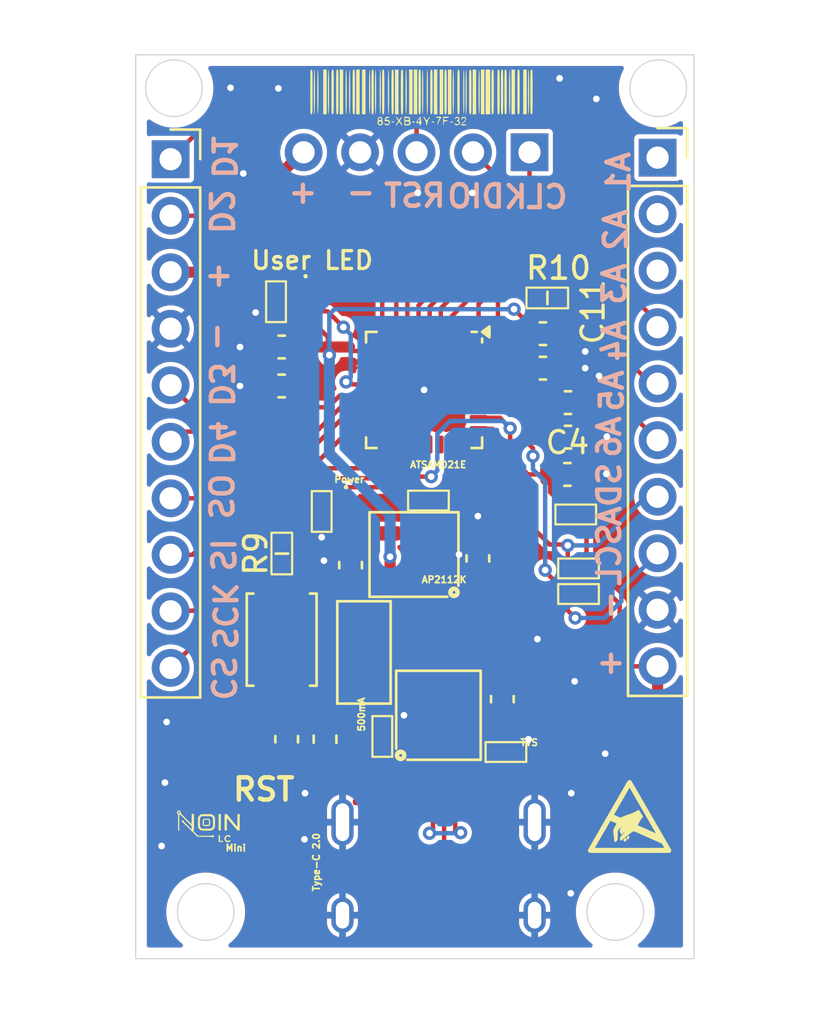
<source format=kicad_pcb>
(kicad_pcb (version 20241229) (generator "pcbnew") (generator_version "9.0")
  (layers (0 "F.Cu" signal) (2 "B.Cu" signal) (13 "F.Paste" user) (15 "B.Paste" user) (5 "F.SilkS" user "F.Silkscreen") (7 "B.SilkS" user "B.Silkscreen") (1 "F.Mask" user) (3 "B.Mask" user) (25 "Edge.Cuts" user))
  (net 0 "")
  (net 1 "VSYS")
  (net 2 "/VDDCORE")
  (net 3 "/DP")
  (net 6 "/DN")
  (net 7 "GND")
  (net 8 "Net-(U1-EN)")
  (net 9 "VBUS")
  (net 11 "DAC1")
  (net 14 "Net-(J1-CC2)")
  (net 15 "DAC2")
  (net 16 "Net-(J1-CC1)")
  (net 17 "DAC3")
  (net 18 "ADC2")
  (net 20 "ADC1")
  (net 21 "ADC3")
  (net 22 "Net-(LED2-A)")
  (net 23 "D2")
  (net 24 "D1")
  (net 25 "SCL")
  (net 26 "+3V3")
  (net 27 "SCK")
  (net 28 "D3")
  (net 29 "DO")
  (net 30 "DIN")
  (net 31 "Net-(LED1-K)")
  (net 32 "RESET")
  (net 33 "SWDIO")
  (net 34 "SWCLK")
  (net 35 "MISO")
  (net 36 "D4")
  (net 37 "CS")
  (net 38 "MOSI")
  (net 39 "Net-(D1-A)")
  (net 40 "CHIP_N")
  (net 41 "CHIP_P")
  (net 42 "Net-(LED2-K)")
  (net 43 "Net-(R9-Pad1)")
  (net 44 "SDA")
  (footprint "Capacitor_SMD:C_0603_1608Metric" (layer "F.Cu") (at 135.875 49.773897 180)
    (property "Reference" "C8" (hide yes))
    (property "Value" "1uF_0603_25V")
  )
  (footprint "Capacitor_SMD:C_0603_1608Metric" (layer "F.Cu") (at 147.625 50.725)
    (property "Reference" "C3" (hide yes))
    (property "Value" "1uF_0603_25V")
  )
  (footprint "PCM_4ms_Resistor:R_0402" (layer "F.Cu") (at 149.225 60.875 180)
    (property "Reference" "R8" (hide yes))
    (property "Value" "10k_0402")
  )
  (footprint "PCM_4ms_Resistor:R_0402" (layer "F.Cu") (at 149.225 59.725)
    (property "Reference" "R7" (hide yes))
    (property "Value" "10k_0402")
  )
  (footprint "eggex karakter:3x3_noin" (layer "F.Cu") (at 132.560246 71.353897)
    (property "Reference" "G***" (hide yes))
    (property "Value" "LOGO" (hide yes))
  )
  (footprint "EE_PASSIVE_RESISTORS:R_0402" (layer "F.Cu") (at 135.875 59.06 90)
    (property "Reference" "R9")
    (property "Value" "10k_0402" (hide yes))
  )
  (footprint "eggex karakter:EEEEEE" (layer "F.Cu") (at 151.520246 70.873897)
    (property "Reference" "G***" (hide yes))
    (property "Value" "LOGO" (hide yes))
  )
  (footprint "PCM_Package_TO_SOT_SMD_AKL:SOT-23-5" (layer "F.Cu") (at 141.825 59.1 180)
    (property "Reference" "U1" (hide yes))
    (property "Value" "AP2112K-3.3TRG1" (hide yes))
  )
  (footprint "Capacitor_SMD:C_0603_1608Metric" (layer "F.Cu") (at 147.625 49.175)
    (property "Reference" "C11")
    (property "Value" "1uF_0603_25V")
  )
  (footprint "LED_SMD:LED_0402_1005Metric" (layer "F.Cu") (at 138.770246 57.163897 -90)
    (property "Reference" "LED1" (hide yes))
    (property "Value" "LED_1.8mm_SMD_Red")
  )
  (footprint "Capacitor_SMD:C_0603_1608Metric" (layer "F.Cu") (at 136.1 67.4 90)
    (property "Reference" "C9" (hide yes))
    (property "Value" "1uF_0603_25V")
  )
  (footprint "PCM_4ms_Resistor:R_0402" (layer "F.Cu") (at 149.1 57.3 180)
    (property "Reference" "R5" (hide yes))
    (property "Value" "10k_0402")
  )
  (footprint "Package_DFN_QFN:QFN-32-1EP_5x5mm_P0.5mm_EP3.6x3.6mm" (layer "F.Cu") (at 142.280246 51.703897 -90)
    (property "Reference" "U2" (hide yes))
    (property "Value" "ATSAMD21E16B-M")
  )
  (footprint "Capacitor_SMD:C_0603_1608Metric" (layer "F.Cu") (at 148.725 55.5)
    (property "Reference" "C4")
    (property "Value" "1uF_0603_25V")
  )
  (footprint "LED_SMD:LED_0402_1005Metric" (layer "F.Cu") (at 136.950246 47.684497 -90)
    (property "Reference" "LED2" (hide yes))
    (property "Value" "LED_1.8mm_SMD_Red")
  )
  (footprint "Capacitor_SMD:C_0603_1608Metric" (layer "F.Cu") (at 148.75 52.275 180)
    (property "Reference" "C7" (hide yes))
    (property "Value" "1uF_0603_25V")
  )
  (footprint "PCM_Diode_SMD_AKL:D_SOD-123F_TVS" (layer "F.Cu") (at 139.575 63.5 -90)
    (property "Reference" "D1" (hide yes))
    (property "Value" "MBR1020VL" (hide yes))
  )
  (footprint "Capacitor_SMD:C_0603_1608Metric" (layer "F.Cu") (at 138.975 59.575 90)
    (property "Reference" "C2" (hide yes))
    (property "Value" "1uF_0603_25V")
  )
  (footprint "Connector_PinSocket_2.54mm:PinSocket_1x10_P2.54mm_Vertical" (layer "F.Cu") (at 130.880246 41.333897)
    (property "Reference" "J2" (hide yes))
    (property "Value" "PINHD_1x10_Female")
  )
  (footprint "Connector_PinSocket_2.54mm:PinSocket_1x10_P2.54mm_Vertical" (layer "F.Cu") (at 152.780246 41.263897)
    (property "Reference" "J5" (hide yes))
    (property "Value" "PINHD_1x10_Female")
  )
  (footprint "Capacitor_SMD:C_0603_1608Metric" (layer "F.Cu") (at 148.75 53.825)
    (property "Reference" "C6" (hide yes))
    (property "Value" "1uF_0603_25V")
  )
  (footprint "Button_Switch_SMD:SW_Push_SPST_NO_Alps_SKRK" (layer "F.Cu") (at 135.875 62.925 90)
    (property "Reference" "SW1" (hide yes))
    (property "Value" "Push_Button")
  )
  (footprint "Fuse:Fuse_0603_1608Metric" (layer "F.Cu") (at 137.825 67.4 90)
    (property "Reference" "F1" (hide yes))
    (property "Value" "500mA")
  )
  (footprint "PCM_4ms_Resistor:R_0402" (layer "F.Cu") (at 135.620246 47.738897 -90)
    (property "Reference" "R6" (hide yes))
    (property "Value" "10k_0402")
  )
  (footprint "Capacitor_SMD:C_0603_1608Metric" (layer "F.Cu") (at 144.7 59.275 90)
    (property "Reference" "C1" (hide yes))
    (property "Value" "1uF_0603_25V")
  )
  (footprint "PCM_Package_TO_SOT_SMD_AKL:SOT-23-6" (layer "F.Cu") (at 142.925 66.325 90)
    (property "Reference" "D2" (hide yes))
    (property "Value" "USBLC6-2SC6" (hide yes))
  )
  (footprint "PCM_4ms_Resistor:R_0402" (layer "F.Cu") (at 145.96 67.975 180)
    (property "Reference" "R3" (hide yes))
    (property "Value" "10k_0402")
  )
  (footprint "PCM_4ms_Resistor:R_0402" (layer "F.Cu") (at 142.475 56.675)
    (property "Reference" "R1" (hide yes))
    (property "Value" "10k_0402")
  )
  (footprint "PCM_4ms_Resistor:R_0402" (layer "F.Cu") (at 140.4 67.275 90)
    (property "Reference" "R2" (hide yes))
    (property "Value" "10k_0402")
  )
  (footprint "eggex karakter:barcodefornoinmini" (layer "F.Cu") (at 142.160246 38.629466)
    (property "Reference" "G***" (hide yes))
    (property "Value" "LOGO" (hide yes))
  )
  (footprint "Connector_USB:USB_C_Receptacle_HRO_TYPE-C-31-M-12" (layer "F.Cu") (at 142.930246 74.258897)
    (property "Reference" "J1" (hide yes))
    (property "Value" "USB_C_Receptacle_USB2.0_16P")
  )
  (footprint "Capacitor_SMD:C_0603_1608Metric" (layer "F.Cu") (at 135.875 51.525)
    (property "Reference" "C10" (hide yes))
    (property "Value" "1uF_0603_25V")
  )
  (footprint "Capacitor_SMD:C_0603_1608Metric" (layer "F.Cu") (at 145.8 65.6 90)
    (property "Reference" "C5" (hide yes))
    (property "Value" "1uF_0603_25V")
  )
  (footprint "Connector_PinHeader_2.54mm:PinHeader_1x05_P2.54mm_Vertical" (layer "F.Cu") (at 147.020246 41.023897 -90)
    (property "Reference" "J4" (hide yes))
    (property "Value" "PINHD_1x5_Male")
  )
  (footprint "PCM_4ms_Resistor:R_0402" (layer "F.Cu") (at 137.675 57.165 -90)
    (property "Reference" "R4" (hide yes))
    (property "Value" "10k_0402")
  )
  (footprint "EE_PASSIVE_RESISTORS:R_0402" (layer "F.Cu") (at 147.825 47.575 180)
    (property "Reference" "R10")
    (property "Value" "1K" (hide yes))
  )
  (gr_circle (center 150.877454 75.163897) (end 151.777454 76.063897) (stroke (width 0.05)) (fill no) (layer "Edge.Cuts"))
  (gr_rect (start 129.310246 36.643897) (end 154.420246 77.263897) (stroke (width 0.05)) (fill no) (layer "Edge.Cuts"))
  (gr_circle (center 132.457454 75.163897) (end 133.357454 76.063897) (stroke (width 0.05)) (fill no) (layer "Edge.Cuts"))
  (gr_circle (center 152.810246 38.143897) (end 153.710246 39.043897) (stroke (width 0.05)) (fill no) (layer "Edge.Cuts"))
  (gr_circle (center 131.030246 38.143897) (end 131.930246 39.043897) (stroke (width 0.05)) (fill no) (layer "Edge.Cuts"))
  (gr_text "ATSAMD21E" (at 141.610341 55.238993 0) (layer "F.SilkS") (effects (font (size 0.3 0.3) (thickness 0.075) (bold yes)) (justify left bottom)))
  (gr_text "500mA\n" (at 139.640246 67.093897 90) (layer "F.SilkS") (effects (font (size 0.3 0.3) (thickness 0.075) (bold yes)) (justify left bottom)))
  (gr_text "Mini" (at 133.310246 72.463897 0) (layer "F.SilkS") (effects (font (size 0.3 0.3) (thickness 0.075)) (justify left bottom)))
  (gr_text "Power" (at 138.200246 55.903897 0) (layer "F.SilkS") (effects (font (size 0.3 0.3) (thickness 0.075) (bold yes)) (justify left bottom)))
  (gr_text "AP2112K" (at 142.130246 60.403897 0) (layer "F.SilkS") (effects (font (size 0.3 0.3) (thickness 0.075) (bold yes)) (justify left bottom)))
  (gr_text "Type-C 2.0" (at 137.610246 74.27366 90) (layer "F.SilkS") (effects (font (size 0.3 0.3) (thickness 0.075) (bold yes)) (justify left bottom)))
  (gr_text "TVS" (at 146.570246 67.723897 0) (layer "F.SilkS") (effects (font (size 0.3 0.3) (thickness 0.075) (bold yes)) (justify left bottom)))
  (gr_text "User LED" (at 134.425 46.35 0) (layer "F.SilkS") (effects (font (size 0.8 0.8) (thickness 0.15) (bold yes)) (justify left bottom)))
  (gr_text "RST" (at 133.580246 70.243897 0) (layer "F.SilkS") (effects (font (size 1 1) (thickness 0.2) (bold yes)) (justify left bottom)))
  (gr_text "DIO" (at 143.22 43.59 0) (layer "B.SilkS") (effects (font (size 1 1) (thickness 0.2) (bold yes)) (justify right bottom mirror)))
  (gr_text "RST" (at 140.37 43.56 0) (layer "B.SilkS") (effects (font (size 1 1) (thickness 0.2) (bold yes)) (justify right bottom mirror)))
  (gr_text "CS" (at 132.650246 63.553897 270) (layer "B.SilkS") (effects (font (size 1 1) (thickness 0.2) (bold yes)) (justify right bottom mirror)))
  (gr_text "SCL\n" (at 151.190246 60.613897 90) (layer "B.SilkS") (effects (font (size 1 1) (thickness 0.2) (bold yes)) (justify right bottom mirror)))
  (gr_text "A4\n" (at 151.430246 50.533897 90) (layer "B.SilkS") (effects (font (size 1 1) (thickness 0.2) (bold yes)) (justify right bottom mirror)))
  (gr_text "A2" (at 151.490246 45.553897 90) (layer "B.SilkS") (effects (font (size 1 1) (thickness 0.2) (bold yes)) (justify right bottom mirror)))
  (gr_text "-" (at 132.470246 48.553897 270) (layer "B.SilkS") (effects (font (size 1 1) (thickness 0.2) (bold yes)) (justify right bottom mirror)))
  (gr_text "D2\n" (at 132.560246 42.583897 270) (layer "B.SilkS") (effects (font (size 1 1) (thickness 0.2) (bold yes)) (justify right bottom mirror)))
  (gr_text "SCK" (at 132.710246 60.253897 270) (layer "B.SilkS") (effects (font (size 1 1) (thickness 0.2) (bold yes)) (justify right bottom mirror)))
  (gr_text "A1" (at 151.610246 42.973897 90) (layer "B.SilkS") (effects (font (size 1 1) (thickness 0.2) (bold yes)) (justify right bottom mirror)))
  (gr_text "D3\n" (at 132.560246 50.353897 270) (layer "B.SilkS") (effects (font (size 1 1) (thickness 0.2) (bold yes)) (justify right bottom mirror)))
  (gr_text "SI" (at 132.620246 58.273897 270) (layer "B.SilkS") (effects (font (size 1 1) (thickness 0.2) (bold yes)) (justify right bottom mirror)))
  (gr_text "+" (at 132.54 45.84 270) (layer "B.SilkS") (effects (font (size 1 1) (thickness 0.2) (bold yes)) (justify right bottom mirror)))
  (gr_text "SDA\n" (at 151.198533 57.937697 90) (layer "B.SilkS") (effects (font (size 1 1) (thickness 0.2) (bold yes)) (justify right bottom mirror)))
  (gr_text "A6" (at 151.190246 54.853897 90) (layer "B.SilkS") (effects (font (size 1 1) (thickness 0.2) (bold yes)) (justify right bottom mirror)))
  (gr_text "D4" (at 132.560246 52.963897 270) (layer "B.SilkS") (effects (font (size 1 1) (thickness 0.2) (bold yes)) (justify right bottom mirror)))
  (gr_text "SO" (at 132.530246 55.363897 270) (layer "B.SilkS") (effects (font (size 1 1) (thickness 0.2) (bold yes)) (justify right bottom mirror)))
  (gr_text "A3\n" (at 151.430246 47.983897 90) (layer "B.SilkS") (effects (font (size 1 1) (thickness 0.2) (bold yes)) (justify right bottom mirror)))
  (gr_text "+" (at 136.08 43.38 0) (layer "B.SilkS") (effects (font (size 1 1) (thickness 0.2) (bold yes)) (justify right bottom mirror)))
  (gr_text "D1" (at 132.680246 40.093897 270) (layer "B.SilkS") (effects (font (size 1 1) (thickness 0.2) (bold yes)) (justify right bottom mirror)))
  (gr_text "A5" (at 151.310246 52.783897 90) (layer "B.SilkS") (effects (font (size 1 1) (thickness 0.2) (bold yes)) (justify right bottom mirror)))
  (gr_text "-" (at 151.2 62.13 90) (layer "B.SilkS") (effects (font (size 1 1) (thickness 0.2) (bold yes)) (justify right bottom mirror)))
  (gr_text "CLK" (at 145.77 43.62 0) (layer "B.SilkS") (effects (font (size 1 1) (thickness 0.2) (bold yes)) (justify right bottom mirror)))
  (gr_text "+" (at 151.2 64.74 90) (layer "B.SilkS") (effects (font (size 1 1) (thickness 0.2) (bold yes)) (justify right bottom mirror)))
  (gr_text "-" (at 138.69 43.38 0) (layer "B.SilkS") (effects (font (size 1 1) (thickness 0.2) (bold yes)) (justify right bottom mirror)))
  (segment (start 142.925 61.3) (end 143.45 61.3) (width 0.5) (layer "F.Cu") (net 1))
  (segment (start 142.2 60.075) (end 142.225 60.05) (width 0.2) (layer "F.Cu") (net 1))
  (segment (start 142.225 60.05) (end 142.925 60.05) (width 0.2) (layer "F.Cu") (net 1))
  (segment (start 143.45 61.3) (end 144.7 60.05) (width 0.5) (layer "F.Cu") (net 1))
  (segment (start 142.125 62.1) (end 142.925 61.3) (width 0.5) (layer "F.Cu") (net 1))
  (segment (start 139.575 62.1) (end 142.125 62.1) (width 0.5) (layer "F.Cu") (net 1))
  (segment (start 141.99 56.675) (end 141.99 59.865) (width 0.2) (layer "F.Cu") (net 1))
  (segment (start 144.7 60.05) (end 142.925 60.05) (width 0.5) (layer "F.Cu") (net 1))
  (segment (start 141.99 59.865) (end 142.2 60.075) (width 0.2) (layer "F.Cu") (net 1))
  (segment (start 147.975 52.275) (end 147.975 53.825) (width 0.2) (layer "F.Cu") (net 2))
  (segment (start 147.175 52.275) (end 146.353897 51.453897) (width 0.2) (layer "F.Cu") (net 2))
  (segment (start 147.975 52.275) (end 147.175 52.275) (width 0.2) (layer "F.Cu") (net 2))
  (segment (start 146.353897 51.453897) (end 144.730246 51.453897) (width 0.2) (layer "F.Cu") (net 2))
  (segment (start 142.7 68.945001) (end 142.7 69.675) (width 0.2) (layer "F.Cu") (net 3))
  (segment (start 143.925 71.6) (end 143.775 71.6) (width 0.2) (layer "F.Cu") (net 3))
  (segment (start 142.525 71.625) (end 142.680246 71.469754) (width 0.2) (layer "F.Cu") (net 3))
  (segment (start 143.775 71.6) (end 143.680246 71.505246) (width 0.2) (layer "F.Cu") (net 3))
  (segment (start 143.680246 71.505246) (end 143.680246 70.213897) (width 0.2) (layer "F.Cu") (net 3))
  (segment (start 141.975 67.425) (end 141.975 68.220001) (width 0.2) (layer "F.Cu") (net 3))
  (segment (start 142.680246 71.469754) (end 142.680246 70.213897) (width 0.2) (layer "F.Cu") (net 3))
  (segment (start 141.975 68.220001) (end 142.7 68.945001) (width 0.2) (layer "F.Cu") (net 3))
  (via (at 142.525 71.625) (size 0.6) (drill 0.3) (layers "F.Cu" "B.Cu") (net 3))
  (via (at 143.925 71.6) (size 0.6) (drill 0.3) (layers "F.Cu" "B.Cu") (net 3))
  (segment (start 143.925 71.6) (end 143.825 71.6) (width 0.2) (layer "B.Cu") (net 3))
  (segment (start 143.8 71.625) (end 142.525 71.625) (width 0.2) (layer "B.Cu") (net 3))
  (segment (start 143.825 71.6) (end 143.8 71.625) (width 0.2) (layer "B.Cu") (net 3))
  (segment (start 142.9 72.25) (end 143.180246 71.969754) (width 0.2) (layer "F.Cu") (net 6))
  (segment (start 143.875 67.425) (end 143.875 68.220001) (width 0.2) (layer "F.Cu") (net 6))
  (segment (start 142.2 72.25) (end 142.9 72.25) (width 0.2) (layer "F.Cu") (net 6))
  (segment (start 143.180246 71.969754) (end 143.180246 70.213897) (width 0.2) (layer "F.Cu") (net 6))
  (segment (start 141.9 71.95) (end 142.2 72.25) (width 0.2) (layer "F.Cu") (net 6))
  (segment (start 141.9 71.325) (end 141.9 71.95) (width 0.2) (layer "F.Cu") (net 6))
  (segment (start 143.15 68.945001) (end 143.15 69.675) (width 0.2) (layer "F.Cu") (net 6))
  (segment (start 142.180246 70.213897) (end 142.180246 71.044754) (width 0.2) (layer "F.Cu") (net 6))
  (segment (start 142.180246 71.044754) (end 141.9 71.325) (width 0.2) (layer "F.Cu") (net 6))
  (segment (start 143.875 68.220001) (end 143.15 68.945001) (width 0.2) (layer "F.Cu") (net 6))
  (segment (start 146.819143 69.575) (end 148.65 69.575) (width 0.2) (layer "F.Cu") (net 7))
  (segment (start 134.001103 49.773897) (end 134 49.775) (width 0.2) (layer "F.Cu") (net 7))
  (segment (start 149.525 52.275) (end 149.525 51.7) (width 0.2) (layer "F.Cu") (net 7))
  (segment (start 142.925 67.425) (end 142.925 66.925) (width 0.2) (layer "F.Cu") (net 7))
  (segment (start 148.4 50.725) (end 149.525 50.725) (width 0.2) (layer "F.Cu") (net 7))
  (segment (start 149.5 55.5) (end 150.45 55.5) (width 0.2) (layer "F.Cu") (net 7))
  (segment (start 142.925 66.925) (end 142.425 66.425) (width 0.2) (layer "F.Cu") (net 7))
  (segment (start 135.1 51.525) (end 134 51.525) (width 0.2) (layer "F.Cu") (net 7))
  (segment (start 138.975 58.8) (end 138.35 58.8) (width 0.2) (layer "F.Cu") (net 7))
  (segment (start 142.425 66.425) (end 142.325 66.325) (width 0.2) (layer "F.Cu") (net 7))
  (segment (start 149.525 51.7) (end 150.15 51.075) (width 0.2) (layer "F.Cu") (net 7))
  (segment (start 137.675 57.65) (end 137.675 58.325) (width 0.2) (layer "F.Cu") (net 7))
  (segment (start 142.265246 51.688897) (end 142.280246 51.703897) (width 0.2) (layer "F.Cu") (net 7))
  (segment (start 146.445 67.975) (end 146.445 67.93) (width 0.2) (layer "F.Cu") (net 7))
  (segment (start 141.030246 50.453897) (end 142.265246 51.688897) (width 0.2) (layer "F.Cu") (net 7))
  (segment (start 144.730246 51.953897) (end 142.530246 51.953897) (width 0.2) (layer "F.Cu") (net 7))
  (segment (start 138.35 58.8) (end 137.775 59.375) (width 0.2) (layer "F.Cu") (net 7))
  (segment (start 135.1 49.773897) (end 134.001103 49.773897) (width 0.2) (layer "F.Cu") (net 7))
  (segment (start 150.45 55.5) (end 150.475 55.475) (width 0.2) (layer "F.Cu") (net 7))
  (segment (start 146.445 67.93) (end 146.975 67.4) (width 0.2) (layer "F.Cu") (net 7))
  (segment (start 146.180246 70.213897) (end 146.819143 69.575) (width 0.2) (layer "F.Cu") (net 7))
  (segment (start 134.7 48.225) (end 134.701103 48.223897) (width 0.2) (layer "F.Cu") (net 7))
  (segment (start 135.620246 48.223897) (end 134.701103 48.223897) (width 0.2) (layer "F.Cu") (net 7))
  (segment (start 148.65 69.575) (end 148.9 69.825) (width 0.2) (layer "F.Cu") (net 7))
  (segment (start 142.530246 51.953897) (end 142.280246 51.703897) (width 0.2) (layer "F.Cu") (net 7))
  (segment (start 144.7 58.5) (end 144.7 57.375) (width 0.2) (layer "F.Cu") (net 7))
  (segment (start 148.725 49.175) (end 149.525 49.975) (width 0.2) (layer "F.Cu") (net 7))
  (segment (start 142.325 66.325) (end 141.375 66.325) (width 0.2) (layer "F.Cu") (net 7))
  (segment (start 149.525 53.825) (end 150.475 53.825) (width 0.2) (layer "F.Cu") (net 7))
  (segment (start 148.4 49.175) (end 148.725 49.175) (width 0.2) (layer "F.Cu") (net 7))
  (segment (start 139.830246 50.453897) (end 141.030246 50.453897) (width 0.2) (layer "F.Cu") (net 7))
  (segment (start 142.925 59.1) (end 143.85 59.1) (width 0.2) (layer "F.Cu") (net 7))
  (segment (start 150.475 53.825) (end 150.5 53.8) (width 0.2) (layer "F.Cu") (net 7))
  (via (at 130.475 72.2) (size 0.6) (drill 0.3) (layers "F.Cu" "B.Cu") (net 7))
  (via (at 144.7 57.375) (size 0.6) (drill 0.3) (layers "F.Cu" "B.Cu") (net 7))
  (via (at 137.775 59.375) (size 0.6) (drill 0.3) (layers "F.Cu" "B.Cu") (net 7))
  (via (at 134.15 41.975) (size 0.6) (drill 0.3) (layers "F.Cu" "B.Cu") (net 7))
  (via (at 149.525 49.975) (size 0.6) (drill 0.3) (layers "F.Cu" "B.Cu") (net 7))
  (via (at 135.725 38.15) (size 0.6) (drill 0.3) (layers "F.Cu" "B.Cu") (net 7))
  (via (at 133.575 38.125) (size 0.6) (drill 0.3) (layers "F.Cu" "B.Cu") (net 7))
  (via (at 150.425 68.05) (size 0.6) (drill 0.3) (layers "F.Cu" "B.Cu") (net 7))
  (via (at 148.9 69.825) (size 0.6) (drill 0.3) (layers "F.Cu" "B.Cu") (net 7))
  (via (at 147.375 62.9) (size 0.6) (drill 0.3) (layers "F.Cu" "B.Cu") (net 7))
  (via (at 134 51.525) (size 0.6) (drill 0.3) (layers "F.Cu" "B.Cu") (net 7))
  (via (at 142.280246 51.703897) (size 0.6) (drill 0.3) (layers "F.Cu" "B.Cu") (net 7))
  (via (at 136.9 71.9) (size 0.6) (drill 0.3) (layers "F.Cu" "B.Cu") (net 7))
  (via (at 150.025 38.625) (size 0.6) (drill 0.3) (layers "F.Cu" "B.Cu") (net 7))
  (via (at 149.05 64.8) (size 0.6) (drill 0.3) (layers "F.Cu" "B.Cu") (net 7))
  (via (at 150.475 55.475) (size 0.6) (drill 0.3) (layers "F.Cu" "B.Cu") (net 7))
  (via (at 144.45 42.85) (size 0.6) (drill 0.3) (layers "F.Cu" "B.Cu") (net 7))
  (via (at 141.375 66.325) (size 0.6) (drill 0.3) (layers "F.Cu" "B.Cu") (net 7))
  (via (at 150.15 51.075) (size 0.6) (drill 0.3) (layers "F.Cu" "B.Cu") (net 7))
  (via (at 134 49.775) (size 0.6) (drill 0.3) (layers "F.Cu" "B.Cu") (net 7))
  (via (at 150.5 53.8) (size 0.6) (drill 0.3) (layers "F.Cu" "B.Cu") (net 7))
  (via (at 148.375 37.7) (size 0.6) (drill 0.3) (layers "F.Cu" "B.Cu") (net 7))
  (via (at 130.7 66.625) (size 0.6) (drill 0.3) (layers "F.Cu" "B.Cu") (net 7))
  (via (at 142 42.85) (size 0.6) (drill 0.3) (layers "F.Cu" "B.Cu") (net 7))
  (via (at 137.675 58.325) (size 0.6) (drill 0.3) (layers "F.Cu" "B.Cu") (net 7))
  (via (at 146.975 67.4) (size 0.6) (drill 0.3) (layers "F.Cu" "B.Cu") (net 7))
  (via (at 130.625 69.35) (size 0.6) (drill 0.3) (layers "F.Cu" "B.Cu") (net 7))
  (via (at 148.875 74.325) (size 0.6) (drill 0.3) (layers "F.Cu" "B.Cu") (net 7))
  (via (at 134.701103 48.223897) (size 0.6) (drill 0.3) (layers "F.Cu" "B.Cu") (net 7))
  (via (at 149.525 50.725) (size 0.6) (drill 0.3) (layers "F.Cu" "B.Cu") (net 7))
  (via (at 143.85 59.1) (size 0.6) (drill 0.3) (layers "F.Cu" "B.Cu") (net 7))
  (via (at 136.925 69.825) (size 0.6) (drill 0.3) (layers "F.Cu" "B.Cu") (net 7))
  (segment (start 142.96 58.115) (end 142.96 56.675) (width 0.2) (layer "F.Cu") (net 8))
  (segment (start 142.925 58.15) (end 142.96 58.115) (width 0.2) (layer "F.Cu") (net 8))
  (segment (start 147.5 66.375) (end 147.95 66.825) (width 0.5) (layer "F.Cu") (net 9))
  (segment (start 145.6 66.325) (end 145.65 66.375) (width 0.5) (layer "F.Cu") (net 9))
  (segment (start 142.925 65.95) (end 143.3 66.325) (width 0.5) (layer "F.Cu") (net 9))
  (segment (start 140.480246 70.213897) (end 140.480246 72.030246) (width 0.5) (layer "F.Cu") (net 9))
  (segment (start 143.3 66.325) (end 145.6 66.325) (width 0.5) (layer "F.Cu") (net 9))
  (segment (start 145.588246 68.983897) (end 145.380246 69.191897) (width 0.5) (layer "F.Cu") (net 9))
  (segment (start 140.480246 69.255246) (end 140.480246 70.213897) (width 0.5) (layer "F.Cu") (net 9))
  (segment (start 147.95 66.825) (end 147.95 68.433897) (width 0.5) (layer "F.Cu") (net 9))
  (segment (start 141.325 72.875) (end 144.575 72.875) (width 0.5) (layer "F.Cu") (net 9))
  (segment (start 145.65 66.375) (end 145.8 66.375) (width 0.5) (layer "F.Cu") (net 9))
  (segment (start 144.575 72.875) (end 145.380246 72.069754) (width 0.5) (layer "F.Cu") (net 9))
  (segment (start 145.380246 72.069754) (end 145.380246 70.213897) (width 0.5) (layer "F.Cu") (net 9))
  (segment (start 137.825 68.1875) (end 139.4125 68.1875) (width 0.5) (layer "F.Cu") (net 9))
  (segment (start 139.4125 68.1875) (end 140.480246 69.255246) (width 0.5) (layer "F.Cu") (net 9))
  (segment (start 145.380246 69.191897) (end 145.380246 70.213897) (width 0.5) (layer "F.Cu") (net 9))
  (segment (start 147.95 68.433897) (end 147.4 68.983897) (width 0.5) (layer "F.Cu") (net 9))
  (segment (start 142.925 65.225) (end 142.925 65.95) (width 0.5) (layer "F.Cu") (net 9))
  (segment (start 145.8 66.375) (end 147.5 66.375) (width 0.5) (layer "F.Cu") (net 9))
  (segment (start 147.4 68.983897) (end 145.588246 68.983897) (width 0.5) (layer "F.Cu") (net 9))
  (segment (start 140.450246 70.183897) (end 140.480246 70.213897) (width 0.5) (layer "F.Cu") (net 9))
  (segment (start 140.480246 72.030246) (end 141.325 72.875) (width 0.5) (layer "F.Cu") (net 9))
  (segment (start 149.05 44.925) (end 148.675 44.925) (width 0.2) (layer "F.Cu") (net 11))
  (segment (start 152.780246 48.655246) (end 150.325 46.2) (width 0.2) (layer "F.Cu") (net 11))
  (segment (start 142.530246 47.966854) (end 142.530246 49.253897) (width 0.2) (layer "F.Cu") (net 11))
  (segment (start 152.780246 48.883897) (end 152.780246 48.655246) (width 0.2) (layer "F.Cu") (net 11))
  (segment (start 150.325 46.2) (end 149.05 44.925) (width 0.2) (layer "F.Cu") (net 11))
  (segment (start 144.322468 46.174632) (end 142.530246 47.966854) (width 0.2) (layer "F.Cu") (net 11))
  (segment (start 144.675246 70.208897) (end 144.675246 68.299754) (width 0.2) (layer "F.Cu") (net 14))
  (segment (start 145 67.975) (end 145.475 67.975) (width 0.2) (layer "F.Cu") (net 14))
  (segment (start 144.675246 68.299754) (end 145 67.975) (width 0.2) (layer "F.Cu") (net 14))
  (segment (start 144.680246 70.213897) (end 144.675246 70.208897) (width 0.2) (layer "F.Cu") (net 14))
  (segment (start 151.625 48.475) (end 149.825 46.675) (width 0.2) (layer "F.Cu") (net 15))
  (segment (start 142.030246 47.899754) (end 142.030246 49.253897) (width 0.2) (layer "F.Cu") (net 15))
  (segment (start 152.473897 51.423897) (end 151.625 50.575) (width 0.2) (layer "F.Cu") (net 15))
  (segment (start 151.625 50.575) (end 151.625 48.475) (width 0.2) (layer "F.Cu") (net 15))
  (segment (start 152.780246 51.423897) (end 152.473897 51.423897) (width 0.2) (layer "F.Cu") (net 15))
  (segment (start 144.955 44.975) (end 142.030246 47.899754) (width 0.2) (layer "F.Cu") (net 15))
  (segment (start 140.4 68.1) (end 141.680246 69.380246) (width 0.2) (layer "F.Cu") (net 16))
  (segment (start 141.680246 69.380246) (end 141.680246 70.213897) (width 0.2) (layer "F.Cu") (net 16))
  (segment (start 140.4 67.76) (end 140.4 68.1) (width 0.2) (layer "F.Cu") (net 16))
  (segment (start 141.530246 47.551224) (end 142.078909 47.002561) (width 0.2) (layer "F.Cu") (net 17))
  (segment (start 151.225 48.8) (end 148.075 45.65) (width 0.2) (layer "F.Cu") (net 17))
  (segment (start 151.225 52.408651) (end 151.225 48.8) (width 0.2) (layer "F.Cu") (net 17))
  (segment (start 152.780246 53.963897) (end 151.225 52.408651) (width 0.2) (layer "F.Cu") (net 17))
  (segment (start 141.530246 49.253897) (end 141.530246 47.551224) (width 0.2) (layer "F.Cu") (net 17))
  (segment (start 143.530246 48.383897) (end 143.530246 49.253897) (width 0.2) (layer "F.Cu") (net 18))
  (segment (start 152.730246 43.803897) (end 152.780246 43.803897) (width 0.2) (layer "F.Cu") (net 18))
  (segment (start 144.419511 47.494632) (end 143.530246 48.383897) (width 0.2) (layer "F.Cu") (net 18))
  (segment (start 143.030246 48.033954) (end 143.030246 49.253897) (width 0.2) (layer "F.Cu") (net 21))
  (segment (start 144.289568 46.774632) (end 143.030246 48.033954) (width 0.2) (layer "F.Cu") (net 21))
  (segment (start 137.935846 48.169497) (end 138.650246 48.883897) (width 0.2) (layer "F.Cu") (net 22))
  (segment (start 136.950246 48.169497) (end 137.935846 48.169497) (width 0.2) (layer "F.Cu") (net 22))
  (segment (start 138.770246 51.343897) (end 138.880246 51.453897) (width 0.2) (layer "F.Cu") (net 22))
  (segment (start 138.880246 51.453897) (end 139.830246 51.453897) (width 0.2) (layer "F.Cu") (net 22))
  (via (at 138.770246 51.343897) (size 0.6) (drill 0.3) (layers "F.Cu" "B.Cu") (net 22))
  (via (at 138.650246 48.883897) (size 0.6) (drill 0.3) (layers "F.Cu" "B.Cu") (net 22))
  (segment (start 138.980246 51.133897) (end 138.770246 51.343897) (width 0.2) (layer "B.Cu") (net 22))
  (segment (start 138.650246 48.883897) (end 138.980246 49.213897) (width 0.2) (layer "B.Cu") (net 22))
  (segment (start 138.980246 49.213897) (end 138.980246 51.133897) (width 0.2) (layer "B.Cu") (net 22))
  (segment (start 133.75 39.65) (end 132.725 40.675) (width 0.2) (layer "F.Cu") (net 23))
  (segment (start 140.530246 49.253897) (end 140.398648 49.122299) (width 0.2) (layer "F.Cu") (net 23))
  (segment (start 137.475 39.65) (end 133.75 39.65) (width 0.2) (layer "F.Cu") (net 23))
  (segment (start 132.725 43.625) (end 132.476103 43.873897) (width 0.2) (layer "F.Cu") (net 23))
  (segment (start 140.398648 46.923648) (end 138.125 44.65) (width 0.2) (layer "F.Cu") (net 23))
  (segment (start 132.725 40.675) (end 132.725 43.625) (width 0.2) (layer "F.Cu") (net 23))
  (segment (start 138.125 44.65) (end 138.125 40.3) (width 0.2) (layer "F.Cu") (net 23))
  (segment (start 132.476103 43.873897) (end 130.880246 43.873897) (width 0.2) (layer "F.Cu") (net 23))
  (segment (start 140.398648 49.122299) (end 140.398648 46.923648) (width 0.2) (layer "F.Cu") (net 23))
  (segment (start 138.125 40.3) (end 137.475 39.65) (width 0.2) (layer "F.Cu") (net 23))
  (segment (start 140.225 39.075) (end 133.139143 39.075) (width 0.2) (layer "F.Cu") (net 24))
  (segment (start 133.139143 39.075) (end 130.880246 41.333897) (width 0.2) (layer "F.Cu") (net 24))
  (segment (start 140.65 39.5) (end 140.225 39.075) (width 0.2) (layer "F.Cu") (net 24))
  (segment (start 140.65 43.275) (end 140.65 39.5) (width 0.2) (layer "F.Cu") (net 24))
  (segment (start 141.030246 43.655246) (end 140.65 43.275) (width 0.2) (layer "F.Cu") (net 24))
  (segment (start 141.030246 49.253897) (end 141.030246 43.655246) (width 0.2) (layer "F.Cu") (net 24))
  (segment (start 146.403897 52.453897) (end 144.730246 52.453897) (width 0.2) (layer "F.Cu") (net 25))
  (segment (start 146.8 52.85) (end 146.403897 52.453897) (width 0.2) (layer "F.Cu") (net 25))
  (segment (start 147.175 54.325) (end 146.8 53.95) (width 0.2) (layer "F.Cu") (net 25))
  (segment (start 148.74 60.875) (end 147.725 59.86) (width 0.2) (layer "F.Cu") (net 25))
  (segment (start 149.075 61.95) (end 148.74 61.615) (width 0.2) (layer "F.Cu") (net 25))
  (segment (start 148.74 61.615) (end 148.74 60.875) (width 0.2) (layer "F.Cu") (net 25))
  (segment (start 147.175 54.675) (end 147.175 54.325) (width 0.2) (layer "F.Cu") (net 25))
  (segment (start 147.725 59.86) (end 147.725 59.8) (width 0.2) (layer "F.Cu") (net 25))
  (segment (start 146.8 53.95) (end 146.8 52.85) (width 0.2) (layer "F.Cu") (net 25))
  (via (at 147.175 54.675) (size 0.6) (drill 0.3) (layers "F.Cu" "B.Cu") (net 25))
  (via (at 149.075 61.95) (size 0.6) (drill 0.3) (layers "F.Cu" "B.Cu") (net 25))
  (via (at 147.725 59.8) (size 0.6) (drill 0.3) (layers "F.Cu" "B.Cu") (net 25))
  (segment (start 147.725 55.825) (end 147.725 59.8) (width 0.2) (layer "B.Cu") (net 25))
  (segment (start 151.149143 60.675) (end 152.780246 59.043897) (width 0.2) (layer "B.Cu") (net 25))
  (segment (start 149.075 61.95) (end 150.4 61.95) (width 0.2) (layer "B.Cu") (net 25))
  (segment (start 147.175 55.275) (end 147.725 55.825) (width 0.2) (layer "B.Cu") (net 25))
  (segment (start 151.149143 61.200857) (end 151.149143 60.675) (width 0.2) (layer "B.Cu") (net 25))
  (segment (start 147.175 54.675) (end 147.175 55.275) (width 0.2) (layer "B.Cu") (net 25))
  (segment (start 150.4 61.95) (end 151.149143 61.200857) (width 0.2) (layer "B.Cu") (net 25))
  (segment (start 139.125 60.35) (end 138.975 60.35) (width 0.5) (layer "F.Cu") (net 26))
  (segment (start 139.830246 49.953897) (end 139.105 49.953897) (width 0.2) (layer "F.Cu") (net 26))
  (segment (start 133.575 63.475) (end 134.375 62.675) (width 0.5) (layer "F.Cu") (net 26))
  (segment (start 146.85 49.175) (end 146.85 50.725) (width 0.2) (layer "F.Cu") (net 26))
  (segment (start 139.105 49.953897) (end 138.925 49.773897) (width 0.2) (layer "F.Cu") (net 26))
  (segment (start 137.55 48.925) (end 134.071349 48.925) (width 0.2) (layer "F.Cu") (net 26))
  (segment (start 146.85 50.725) (end 146.144143 50.725) (width 0.2) (layer "F.Cu") (net 26))
  (segment (start 136.801103 41.023897) (end 136.860246 41.023897) (width 0.5) (layer "F.Cu") (net 26))
  (segment (start 135.375 73.8) (end 133.575 72) (width 0.5) (layer "F.Cu") (net 26))
  (segment (start 152.780246 64.123897) (end 152.780246 69.119754) (width 0.5) (layer "F.Cu") (net 26))
  (segment (start 139.825 57.975) (end 139.498897 57.648897) (width 0.2) (layer "F.Cu") (net 26))
  (segment (start 132.582321 47.435972) (end 132.582321 46.413897) (width 0.2) (layer "F.Cu") (net 26))
  (segment (start 140.725 60.05) (end 139.975 60.05) (width 0.5) (layer "F.Cu") (net 26))
  (segment (start 137.25 62.675) (end 137.825 62.1) (width 0.5) (layer "F.Cu") (net 26))
  (segment (start 132.582321 46.413897) (end 132.582321 45.242679) (width 0.5) (layer "F.Cu") (net 26))
  (segment (start 146.85 48.6) (end 146.325 48.075) (width 0.2) (layer "F.Cu") (net 26))
  (segment (start 140.75 59.2) (end 140.75 60.025) (width 0.5) (layer "F.Cu") (net 26))
  (segment (start 149.585 59.6) (end 149.71 59.725) (width 0.2) (layer "F.Cu") (net 26))
  (segment (start 137.825 62.1) (end 137.825 60.75) (width 0.5) (layer "F.Cu") (net 26))
  (segment (start 138.925 49.773897) (end 137.95 49.773897) (width 0.5) (layer "F.Cu") (net 26))
  (segment (start 148.1 73.8) (end 135.375 73.8) (width 0.5) (layer "F.Cu") (net 26))
  (segment (start 138.225 60.35) (end 138.975 60.35) (width 0.5) (layer "F.Cu") (net 26))
  (segment (start 139.498897 57.648897) (end 138.770246 57.648897) (width 0.2) (layer "F.Cu") (net 26))
  (segment (start 130.880246 46.413897) (end 132.582321 46.413897) (width 0.5) (layer "F.Cu") (net 26))
  (segment (start 133.575 72) (end 133.575 63.475) (width 0.5) (layer "F.Cu") (net 26))
  (segment (start 151.598897 64.123897) (end 152.780246 64.123897) (width 0.2) (layer "F.Cu") (net 26))
  (segment (start 139.825 59.9) (end 139.825 57.975) (width 0.2) (layer "F.Cu") (net 26))
  (segment (start 137.95 49.325) (end 137.55 48.925) (width 0.2) (layer "F.Cu") (net 26))
  (segment (start 152.780246 64.123897) (end 152.780246 63.530246) (width 0.2) (layer "F.Cu") (net 26))
  (segment (start 137.95 49.773897) (end 136.65 49.773897) (width 0.5) (layer "F.Cu") (net 26))
  (segment (start 146.85 49.175) (end 146.85 48.6) (width 0.2) (layer "F.Cu") (net 26))
  (segment (start 152.780246 69.119754) (end 148.1 73.8) (width 0.5) (layer "F.Cu") (net 26))
  (segment (start 134.375 62.675) (end 137.25 62.675) (width 0.5) (layer "F.Cu") (net 26))
  (segment (start 145.915246 50.953897) (end 144.730246 50.953897) (width 0.2) (layer "F.Cu") (net 26))
  (segment (start 149.71 59.725) (end 149.71 60.875) (width 0.2) (layer "F.Cu") (net 26))
  (segment (start 149.585 57.3) (end 149.585 59.6) (width 0.2) (layer "F.Cu") (net 26))
  (segment (start 151.075 63.6) (end 151.598897 64.123897) (width 0.2) (layer "F.Cu") (net 26))
  (segment (start 146.144143 50.725) (end 145.915246 50.953897) (width 0.2) (layer "F.Cu") (net 26))
  (segment (start 137.95 49.773897) (end 137.95 49.325) (width 0.2) (layer "F.Cu") (net 26))
  (segment (start 151.075 61.325) (end 151.075 63.6) (width 0.2) (layer "F.Cu") (net 26))
  (segment (start 149.71 60.875) (end 150.625 60.875) (width 0.2) (layer "F.Cu") (net 26))
  (segment (start 150.625 60.875) (end 151.075 61.325) (width 0.2) (layer "F.Cu") (net 26))
  (segment (start 148.335 47.69) (end 148.335 47.575) (width 0.2) (layer "F.Cu") (net 26))
  (segment (start 146.85 49.175) (end 148.335 47.69) (width 0.2) (layer "F.Cu") (net 26))
  (segment (start 139.975 60.05) (end 139.425 60.05) (width 0.5) (layer "F.Cu") (net 26))
  (segment (start 137.825 60.75) (end 138.225 60.35) (width 0.5) (layer "F.Cu") (net 26))
  (segment (start 139.425 60.05) (end 139.125 60.35) (width 0.5) (layer "F.Cu") (net 26))
  (segment (start 134.071349 48.925) (end 132.582321 47.435972) (width 0.2) (layer "F.Cu") (net 26))
  (segment (start 139.975 60.05) (end 139.825 59.9) (width 0.2) (layer "F.Cu") (net 26))
  (segment (start 140.75 60.025) (end 140.725 60.05) (width 0.5) (layer "F.Cu") (net 26))
  (segment (start 132.582321 45.242679) (end 136.801103 41.023897) (width 0.5) (layer "F.Cu") (net 26))
  (via (at 140.75 59.2) (size 0.6) (drill 0.3) (layers "F.Cu" "B.Cu") (net 26))
  (via (at 138.019246 50.134897) (size 0.6) (drill 0.3) (layers "F.Cu" "B.Cu") (net 26))
  (via (at 146.325 48.075) (size 0.6) (drill 0.3) (layers "F.Cu" "B.Cu") (net 26))
  (segment (start 138.25 48.075) (end 138.019246 48.305754) (width 0.2) (layer "B.Cu") (net 26))
  (segment (start 138.019246 50.134897) (end 138.019246 54.569246) (width 0.5) (layer "B.Cu") (net 26))
  (segment (start 140.75 57.3) (end 140.75 59.2) (width 0.5) (layer "B.Cu") (net 26))
  (segment (start 146.325 48.075) (end 138.25 48.075) (width 0.2) (layer "B.Cu") (net 26))
  (segment (start 138.019246 48.305754) (end 138.019246 50.134897) (width 0.2) (layer "B.Cu") (net 26))
  (segment (start 138.019246 54.569246) (end 140.75 57.3) (width 0.5) (layer "B.Cu") (net 26))
  (segment (start 141.2 55.225) (end 141.530246 54.894754) (width 0.2) (layer "F.Cu") (net 27))
  (segment (start 130.880246 61.653897) (end 130.909143 61.625) (width 0.2) (layer "F.Cu") (net 27))
  (segment (start 132.325 59.45) (end 136.55 55.225) (width 0.2) (layer "F.Cu") (net 27))
  (segment (start 141.530246 54.894754) (end 141.530246 54.153897) (width 0.2) (layer "F.Cu") (net 27))
  (segment (start 132.325 61.225) (end 132.325 59.45) (width 0.2) (layer "F.Cu") (net 27))
  (segment (start 130.909143 61.625) (end 131.925 61.625) (width 0.2) (layer "F.Cu") (net 27))
  (segment (start 131.925 61.625) (end 132.325 61.225) (width 0.2) (layer "F.Cu") (net 27))
  (segment (start 136.55 55.225) (end 141.2 55.225) (width 0.2) (layer "F.Cu") (net 27))
  (segment (start 138.490246 51.953897) (end 139.830246 51.953897) (width 0.2) (layer "F.Cu") (net 28))
  (segment (start 130.880246 51.493897) (end 131.870246 52.483897) (width 0.2) (layer "F.Cu") (net 28))
  (segment (start 131.870246 52.483897) (end 137.960246 52.483897) (width 0.2) (layer "F.Cu") (net 28))
  (segment (start 137.960246 52.483897) (end 138.490246 51.953897) (width 0.2) (layer "F.Cu") (net 28))
  (segment (start 138.770246 56.678897) (end 137.710246 56.678897) (width 0.2) (layer "F.Cu") (net 31))
  (segment (start 137.710246 56.678897) (end 137.570246 56.538897) (width 0.2) (layer "F.Cu") (net 31))
  (segment (start 147.95 56.3) (end 148.615 56.965) (width 0.2) (layer "F.Cu") (net 32))
  (segment (start 149.35 48.225) (end 149.35 47.490686) (width 0.2) (layer "F.Cu") (net 32))
  (segment (start 147.725 39.225) (end 142.35 39.225) (width 0.2) (layer "F.Cu") (net 32))
  (segment (start 135.875 57.35) (end 135.875 58.55) (width 0.2) (layer "F.Cu") (net 32))
  (segment (start 151.2 56.2) (end 151.2 53.125) (width 0.2) (layer "F.Cu") (net 32))
  (segment (start 147.3 43.1) (end 148.3 42.1) (width 0.2) (layer "F.Cu") (net 32))
  (segment (start 150.8 52.725) (end 150.8 49.675) (width 0.2) (layer "F.Cu") (net 32))
  (segment (start 148.615 56.965) (end 148.615 57.3) (width 0.2) (layer "F.Cu") (net 32))
  (segment (start 142.6 55.6) (end 142.05 55.6) (width 0.2) (layer "F.Cu") (net 32))
  (segment (start 137.15 56.075) (end 135.875 57.35) (width 0.2) (layer "F.Cu") (net 32))
  (segment (start 142.35 39.225) (end 141.940246 39.634754) (width 0.2) (layer "F.Cu") (net 32))
  (segment (start 150.8 49.675) (end 149.35 48.225) (width 0.2) (layer "F.Cu") (net 32))
  (segment (start 148.3 39.8) (end 147.725 39.225) (width 0.2) (layer "F.Cu") (net 32))
  (segment (start 146.15 53.425) (end 146.15 53.413651) (width 0.2) (layer "F.Cu") (net 32))
  (segment (start 148.95 56.6) (end 150.8 56.6) (width 0.2) (layer "F.Cu") (net 32))
  (segment (start 147.95 55.5) (end 147.95 56.3) (width 0.2) (layer "F.Cu") (net 32))
  (segment (start 150.8 56.6) (end 151.2 56.2) (width 0.2) (layer "F.Cu") (net 32))
  (segment (start 146.95 55.5) (end 146.15 54.7) (width 0.2) (layer "F.Cu") (net 32))
  (segment (start 141.575 56.075) (end 137.15 56.075) (width 0.2) (layer "F.Cu") (net 32))
  (segment (start 148.615 57.3) (end 148.615 56.935) (width 0.2) (layer "F.Cu") (net 32))
  (segment (start 148.615 56.935) (end 148.95 56.6) (width 0.2) (layer "F.Cu") (net 32))
  (segment (start 146.15 53.413651) (end 145.690246 52.953897) (width 0.2) (layer "F.Cu") (net 32))
  (segment (start 147.3 45.440686) (end 147.3 43.1) (width 0.2) (layer "F.Cu") (net 32))
  (segment (start 148.3 42.1) (end 148.3 39.8) (width 0.2) (layer "F.Cu") (net 32))
  (segment (start 151.2 53.125) (end 150.8 52.725) (width 0.2) (layer "F.Cu") (net 32))
  (segment (start 149.35 47.490686) (end 147.3 45.440686) (width 0.2) (layer "F.Cu") (net 32))
  (segment (start 147.95 55.5) (end 146.95 55.5) (width 0.2) (layer "F.Cu") (net 32))
  (segment (start 145.690246 52.953897) (end 144.730246 52.953897) (width 0.2) (layer "F.Cu") (net 32))
  (segment (start 141.940246 39.634754) (end 141.940246 41.023897) (width 0.2) (layer "F.Cu") (net 32))
  (segment (start 142.05 55.6) (end 141.575 56.075) (width 0.2) (layer "F.Cu") (net 32))
  (segment (start 146.15 54.7) (end 146.15 53.425) (width 0.2) (layer "F.Cu") (net 32))
  (via (at 146.15 53.425) (size 0.6) (drill 0.3) (layers "F.Cu" "B.Cu") (net 32))
  (via (at 142.6 55.6) (size 0.6) (drill 0.3) (layers "F.Cu" "B.Cu") (net 32))
  (segment (start 142.875 53.675) (end 143.45 53.1) (width 0.2) (layer "B.Cu") (net 32))
  (segment (start 142.6 55.6) (end 142.875 55.325) (width 0.2) (layer "B.Cu") (net 32))
  (segment (start 143.45 53.1) (end 145.825 53.1) (width 0.2) (layer "B.Cu") (net 32))
  (segment (start 145.825 53.1) (end 146.15 53.425) (width 0.2) (layer "B.Cu") (net 32))
  (segment (start 142.875 55.325) (end 142.875 53.675) (width 0.2) (layer "B.Cu") (net 32))
  (segment (start 144.730246 49.953897) (end 144.730246 47.844754) (width 0.2) (layer "F.Cu") (net 33))
  (segment (start 145.65 42.193651) (end 144.480246 41.023897) (width 0.2) (layer "F.Cu") (net 33))
  (segment (start 144.730246 47.844754) (end 145.65 46.925) (width 0.2) (layer "F.Cu") (net 33))
  (segment (start 145.65 46.925) (end 145.65 42.193651) (width 0.2) (layer "F.Cu") (net 33))
  (segment (start 145.6 47.65) (end 145.6 50.2) (width 0.2) (layer "F.Cu") (net 34))
  (segment (start 146.3 46.95) (end 145.6 47.65) (width 0.2) (layer "F.Cu") (net 34))
  (segment (start 145.6 50.2) (end 145.346103 50.453897) (width 0.2) (layer "F.Cu") (net 34))
  (segment (start 147.315 47.575) (end 146.925 47.575) (width 0.2) (layer "F.Cu") (net 34))
  (segment (start 147.020246 42.129754) (end 146.3 42.85) (width 0.2) (layer "F.Cu") (net 34))
  (segment (start 145.346103 50.453897) (end 144.730246 50.453897) (width 0.2) (layer "F.Cu") (net 34))
  (segment (start 147.020246 41.023897) (end 147.020246 42.129754) (width 0.2) (layer "F.Cu") (net 34))
  (segment (start 146.925 47.575) (end 146.3 46.95) (width 0.2) (layer "F.Cu") (net 34))
  (segment (start 146.3 42.85) (end 146.3 46.95) (width 0.2) (layer "F.Cu") (net 34))
  (segment (start 137.428343 54.15) (end 134.524143 54.15) (width 0.2) (layer "F.Cu") (net 35))
  (segment (start 138.624446 52.953897) (end 137.428343 54.15) (width 0.2) (layer "F.Cu") (net 35))
  (segment (start 134.524143 54.15) (end 132.100246 56.573897) (width 0.2) (layer "F.Cu") (net 35))
  (segment (start 139.830246 52.953897) (end 138.624446 52.953897) (width 0.2) (layer "F.Cu") (net 35))
  (segment (start 132.100246 56.573897) (end 130.880246 56.573897) (width 0.2) (layer "F.Cu") (net 35))
  (segment (start 131.339143 53.575) (end 130.880246 54.033897) (width 0.2) (layer "F.Cu") (net 36))
  (segment (start 139.830246 52.453897) (end 138.557346 52.453897) (width 0.2) (layer "F.Cu") (net 36))
  (segment (start 137.436243 53.575) (end 131.339143 53.575) (width 0.2) (layer "F.Cu") (net 36))
  (segment (start 138.557346 52.453897) (end 137.436243 53.575) (width 0.2) (layer "F.Cu") (net 36))
  (segment (start 133.160246 61.913897) (end 130.880246 64.193897) (width 0.2) (layer "F.Cu") (net 37))
  (segment (start 141.375 55.675) (end 136.75 55.675) (width 0.2) (layer "F.Cu") (net 37))
  (segment (start 142.030246 55.019754) (end 141.375 55.675) (width 0.2) (layer "F.Cu") (net 37))
  (segment (start 142.030246 54.153897) (end 142.030246 55.019754) (width 0.2) (layer "F.Cu") (net 37))
  (segment (start 136.75 55.675) (end 133.160246 59.264754) (width 0.2) (layer "F.Cu") (net 37))
  (segment (start 133.160246 59.264754) (end 133.160246 61.913897) (width 0.2) (layer "F.Cu") (net 37))
  (segment (start 138.972976 53.453897) (end 137.601873 54.825) (width 0.2) (layer "F.Cu") (net 38))
  (segment (start 136.15 54.825) (end 131.861103 59.113897) (width 0.2) (layer "F.Cu") (net 38))
  (segment (start 139.830246 53.453897) (end 138.972976 53.453897) (width 0.2) (layer "F.Cu") (net 38))
  (segment (start 131.861103 59.113897) (end 130.880246 59.113897) (width 0.2) (layer "F.Cu") (net 38))
  (segment (start 137.601873 54.825) (end 136.15 54.825) (width 0.2) (layer "F.Cu") (net 38))
  (segment (start 139.575 65.9) (end 139.575 64.9) (width 0.5) (layer "F.Cu") (net 39))
  (segment (start 136.1 66.625) (end 137.8125 66.625) (width 0.5) (layer "F.Cu") (net 39))
  (segment (start 137.825 66.6125) (end 138.8625 66.6125) (width 0.5) (layer "F.Cu") (net 39))
  (segment (start 138.8625 66.6125) (end 139.575 65.9) (width 0.5) (layer "F.Cu") (net 39))
  (segment (start 137.8125 66.625) (end 137.825 66.6125) (width 0.5) (layer "F.Cu") (net 39))
  (segment (start 143.15 63.525) (end 143.65 63.025) (width 0.2) (layer "F.Cu") (net 40))
  (segment (start 143.65 63.025) (end 144.8 63.025) (width 0.2) (layer "F.Cu") (net 40))
  (segment (start 146.45 61.375) (end 146.45 56.975) (width 0.2) (layer "F.Cu") (net 40))
  (segment (start 144.005246 54.778898) (end 144.030246 54.753898) (width 0.2) (layer "F.Cu") (net 40))
  (segment (start 144.925 55.45) (end 144.255246 55.45) (width 0.2) (layer "F.Cu") (net 40))
  (segment (start 144.030246 54.753898) (end 144.030246 54.153897) (width 0.2) (layer "F.Cu") (net 40))
  (segment (start 144.8 63.025) (end 146.45 61.375) (width 0.2) (layer "F.Cu") (net 40))
  (segment (start 146.45 56.975) (end 144.925 55.45) (width 0.2) (layer "F.Cu") (net 40))
  (segment (start 143.15 63.875) (end 143.15 63.525) (width 0.2) (layer "F.Cu") (net 40))
  (segment (start 144.005246 55.2) (end 144.005246 54.778898) (width 0.2) (layer "F.Cu") (net 40))
  (segment (start 143.875 65.225) (end 143.875 64.6) (width 0.2) (layer "F.Cu") (net 40))
  (segment (start 144.255246 55.45) (end 144.005246 55.2) (width 0.2) (layer "F.Cu") (net 40))
  (segment (start 143.875 64.6) (end 143.15 63.875) (width 0.2) (layer "F.Cu") (net 40))
  (segment (start 144.055246 55.9) (end 143.555246 55.4) (width 0.2) (layer "F.Cu") (net 41))
  (segment (start 146 61.075) (end 146 57.15) (width 0.2) (layer "F.Cu") (net 41))
  (segment (start 143.555246 54.778898) (end 143.530246 54.753898) (width 0.2) (layer "F.Cu") (net 41))
  (segment (start 141.975 65.225) (end 141.975 64.625) (width 0.2) (layer "F.Cu") (net 41))
  (segment (start 141.975 64.625) (end 142.7 63.9) (width 0.2) (layer "F.Cu") (net 41))
  (segment (start 144.75 55.9) (end 144.055246 55.9) (width 0.2) (layer "F.Cu") (net 41))
  (segment (start 144.5 62.575) (end 146 61.075) (width 0.2) (layer "F.Cu") (net 41))
  (segment (start 142.7 63.35) (end 143.475 62.575) (width 0.2) (layer "F.Cu") (net 41))
  (segment (start 143.475 62.575) (end 144.5 62.575) (width 0.2) (layer "F.Cu") (net 41))
  (segment (start 143.555246 55.4) (end 143.555246 54.778898) (width 0.2) (layer "F.Cu") (net 41))
  (segment (start 143.530246 54.753898) (end 143.530246 54.153897) (width 0.2) (layer "F.Cu") (net 41))
  (segment (start 142.7 63.9) (end 142.7 63.35) (width 0.2) (layer "F.Cu") (net 41))
  (segment (start 146 57.15) (end 144.75 55.9) (width 0.2) (layer "F.Cu") (net 41))
  (segment (start 135.620246 47.253897) (end 136.895846 47.253897) (width 0.2) (layer "F.Cu") (net 42))
  (segment (start 136.895846 47.253897) (end 136.950246 47.199497) (width 0.2) (layer "F.Cu") (net 42))
  (segment (start 135.35 60.825) (end 135.875 60.825) (width 0.2) (layer "F.Cu") (net 43))
  (segment (start 135.875 60.825) (end 135.875 59.57) (width 0.2) (layer "F.Cu") (net 43))
  (segment (start 148.75 58.7) (end 148.74 58.69) (width 0.2) (layer "F.Cu") (net 44))
  (segment (start 145.5 54.65) (end 147.325 56.475) (width 0.2) (layer "F.Cu") (net 44))
  (segment (start 147.925 58.65) (end 148.7 58.65) (width 0.2) (layer "F.Cu") (net 44))
  (segment (start 145.5 53.6) (end 145.5 54.65) (width 0.2) (layer "F.Cu") (net 44))
  (segment (start 145.353897 53.453897) (end 145.5 53.6) (width 0.2) (layer "F.Cu") (net 44))
  (segment (start 147.325 58.05) (end 147.925 58.65) (width 0.2) (layer "F.Cu") (net 44))
  (segment (start 148.74 58.935) (end 148.975 58.7) (width 0.2) (layer "F.Cu") (net 44))
  (segment (start 152.450246 56.833897) (end 152.780246 56.503897) (width 0.2) (layer "F.Cu") (net 44))
  (segment (start 147.325 56.475) (end 147.325 58.05) (width 0.2) (layer "F.Cu") (net 44))
  (segment (start 148.7 58.65) (end 148.74 58.69) (width 0.2) (layer "F.Cu") (net 44))
  (segment (start 144.730246 53.453897) (end 145.353897 53.453897) (width 0.2) (layer "F.Cu") (net 44))
  (segment (start 148.74 59.725) (end 148.74 58.935) (width 0.2) (layer "F.Cu") (net 44))
  (segment (start 148.975 58.7) (end 148.75 58.7) (width 0.2) (layer "F.Cu") (net 44))
  (via (at 148.74 58.69) (size 0.6) (drill 0.3) (layers "F.Cu" "B.Cu") (net 44))
  (segment (start 152.246103 56.503897) (end 152.780246 56.503897) (width 0.2) (layer "B.Cu") (net 44))
  (segment (start 150.06 58.69) (end 152.246103 56.503897) (width 0.2) (layer "B.Cu") (net 44))
  (segment (start 148.74 58.69) (end 150.06 58.69) (width 0.2) (layer "B.Cu") (net 44))
  (zone (net 7) (net_name "GND") (layers "F.Cu" "B.Cu") (name "GND") (connect_pads (clearance 0.2)) (min_thickness 0.2) (fill yes (thermal_gap 0.2) (thermal_bridge_width 0.3))
    (polygon (pts (xy 129.560246 36.683194) (xy 154.297935 36.653173) (xy 154.048182 77.184599) (xy 147.440082 77.244131) (xy 147.440246 77.263897) (xy 136.610246 77.233897) (xy 136.610246 77.276689) (xy 129.560246 77.276689)))
  )
)
</source>
